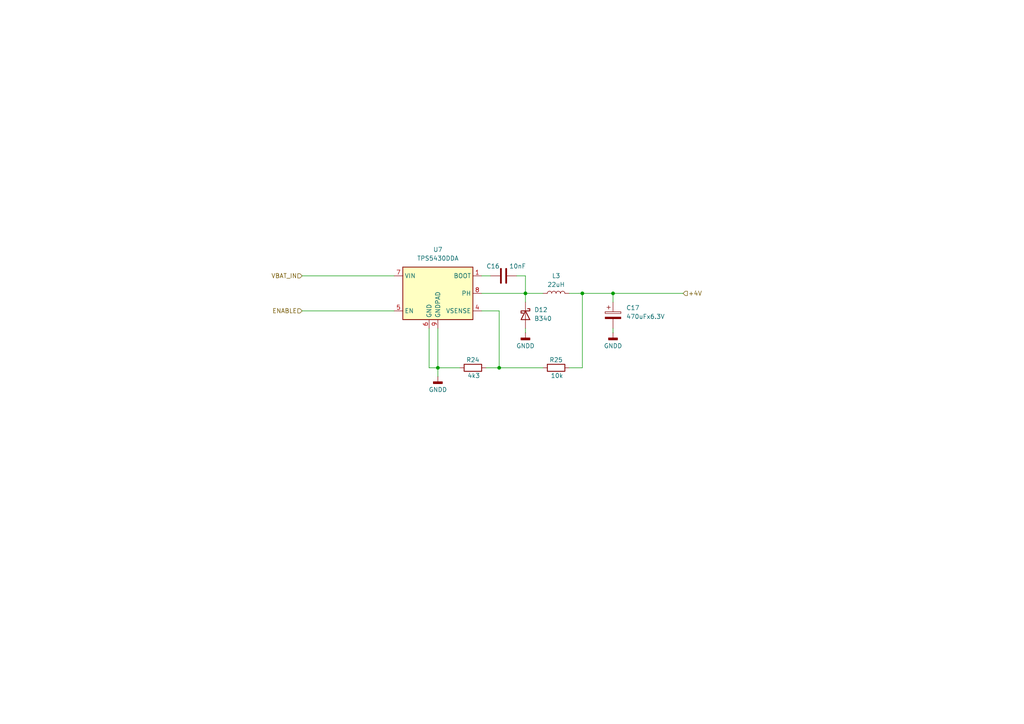
<source format=kicad_sch>
(kicad_sch (version 20250114) (generator "eeschema") (generator_version "9.0")
  (paper "A4")
  (lib_symbols
    (symbol "Device:C" (pin_numbers (hide yes)) (pin_names (offset 0.254))
      (property "Reference" "C" (at 0.635 2.54 0))
      (property "Value" "C" (at 0.635 -2.54 0))
      (symbol "C_0_1"
        (polyline (pts (xy -2.032 0.762) (xy 2.032 0.762)) (stroke (width 0.508)))
        (polyline (pts (xy -2.032 -0.762) (xy 2.032 -0.762)) (stroke (width 0.508)))
      )
      (symbol "C_1_1"
        (pin passive line (at 0 3.81 270) (length 2.794) (name "~") (number "1"))
        (pin passive line (at 0 -3.81 90) (length 2.794) (name "~") (number "2"))
      )
    )
    (symbol "Device:C_Polarized" (pin_numbers (hide yes)) (pin_names (offset 0.254))
      (property "Reference" "C" (at 0.635 2.54 0))
      (property "Value" "C_Polarized" (at 0.635 -2.54 0))
      (symbol "C_Polarized_0_1"
        (rectangle (start -2.286 0.508) (end 2.286 1.016))
        (polyline (pts (xy -1.778 2.286) (xy -0.762 2.286)))
        (polyline (pts (xy -1.27 2.794) (xy -1.27 1.778)))
        (rectangle (start 2.286 -0.508) (end -2.286 -1.016) (fill (type outline)))
      )
      (symbol "C_Polarized_1_1"
        (pin passive line (at 0 3.81 270) (length 2.794) (name "~") (number "1"))
        (pin passive line (at 0 -3.81 90) (length 2.794) (name "~") (number "2"))
      )
    )
    (symbol "Device:L" (pin_numbers (hide yes)) (pin_names (offset 1.016) (hide yes))
      (property "Reference" "L" (at -1.27 0 90))
      (property "Value" "L" (at 1.905 0 90))
      (symbol "L_0_1"
        (arc (start 0 2.54) (mid 0.6323 1.905) (end 0 1.27))
        (arc (start 0 1.27) (mid 0.6323 0.635) (end 0 0))
        (arc (start 0 0) (mid 0.6323 -0.635) (end 0 -1.27))
        (arc (start 0 -1.27) (mid 0.6323 -1.905) (end 0 -2.54))
      )
      (symbol "L_1_1"
        (pin passive line (at 0 3.81 270) (length 1.27) (name "1") (number "1"))
        (pin passive line (at 0 -3.81 90) (length 1.27) (name "2") (number "2"))
      )
    )
    (symbol "Device:R" (pin_numbers (hide yes)) (pin_names (offset 0))
      (property "Reference" "R" (at 2.032 0 90))
      (property "Value" "R" (at 0 0 90))
      (symbol "R_0_1"
        (rectangle (start -1.016 -2.54) (end 1.016 2.54) (stroke (width 0.254)))
      )
      (symbol "R_1_1"
        (pin passive line (at 0 3.81 270) (length 1.27) (name "~") (number "1"))
        (pin passive line (at 0 -3.81 90) (length 1.27) (name "~") (number "2"))
      )
    )
    (symbol "Diode:B340" (pin_numbers (hide yes)) (pin_names (offset 1.016) (hide yes))
      (property "Reference" "D" (at 0 2.54 0))
      (property "Value" "B340" (at 0 -2.54 0))
      (symbol "B340_0_1"
        (polyline (pts (xy -1.905 0.635) (xy -1.905 1.27) (xy -1.27 1.27) (xy -1.27 -1.27) (xy -0.635 -1.27) (xy -0.635 -0.635)) (stroke (width 0.254)))
        (polyline (pts (xy 1.27 1.27) (xy 1.27 -1.27) (xy -1.27 0) (xy 1.27 1.27)) (stroke (width 0.254)))
        (polyline (pts (xy 1.27 0) (xy -1.27 0)))
      )
      (symbol "B340_1_1"
        (pin passive line (at -3.81 0 0) (length 2.54) (name "K") (number "1"))
        (pin passive line (at 3.81 0 180) (length 2.54) (name "A") (number "2"))
      )
    )
    (symbol "Regulator_Switching:TPS5430DDA"
      (property "Reference" "U" (at -10.16 8.89 0))
      (property "Value" "TPS5430DDA" (at -1.27 8.89 0))
      (symbol "TPS5430DDA_0_1"
        (rectangle (start -10.16 7.62) (end 10.16 -7.62) (stroke (width 0.254)) (fill (type background)))
      )
      (symbol "TPS5430DDA_1_1"
        (pin power_in line (at -12.7 5.08 0) (length 2.54) (name "VIN") (number "7"))
        (pin input line (at -12.7 -5.08 0) (length 2.54) (name "EN") (number "5"))
        (pin no_connect line (at -10.16 2.54 0) (length 2.54) (hide yes) (name "NC") (number "2"))
        (pin no_connect line (at -10.16 -2.54 0) (length 2.54) (hide yes) (name "NC") (number "3"))
        (pin power_in line (at -2.54 -10.16 90) (length 2.54) (name "GND") (number "6"))
        (pin power_in line (at 0 -10.16 90) (length 2.54) (name "GNDPAD") (number "9"))
        (pin input line (at 12.7 5.08 180) (length 2.54) (name "BOOT") (number "1"))
        (pin output line (at 12.7 0 180) (length 2.54) (name "PH") (number "8"))
        (pin input line (at 12.7 -5.08 180) (length 2.54) (name "VSENSE") (number "4"))
      )
    )
    (symbol "power:GNDD" (power) (pin_numbers (hide yes)) (pin_names (offset 0) (hide yes))
      (property "Value" "GNDD" (at 0 -3.175 0))
      (symbol "GNDD_0_1"
        (rectangle (start -1.27 -1.524) (end 1.27 -2.032) (stroke (width 0.254)) (fill (type outline)))
        (polyline (pts (xy 0 0) (xy 0 -1.524)))
      )
      (symbol "GNDD_1_1"
        (pin power_in line (at 0 0 270) (length 0) (name "~") (number "1"))
      )
    )
  )
  (junction (at 144.78 106.68))
  (junction (at 177.8 85.09))
  (junction (at 168.91 85.09))
  (junction (at 152.4 85.09))
  (junction (at 127 106.68))
  (wire (pts (xy 152.4 85.09) (xy 157.48 85.09)))
  (wire (pts (xy 177.8 87.63) (xy 177.8 85.09)))
  (wire (pts (xy 144.78 90.17) (xy 144.78 106.68)))
  (wire (pts (xy 152.4 95.25) (xy 152.4 96.52)))
  (wire (pts (xy 127 95.25) (xy 127 106.68)))
  (wire (pts (xy 152.4 85.09) (xy 152.4 87.63)))
  (wire (pts (xy 177.8 85.09) (xy 198.12 85.09)))
  (wire (pts (xy 140.97 106.68) (xy 144.78 106.68)))
  (wire (pts (xy 124.46 106.68) (xy 127 106.68)))
  (wire (pts (xy 144.78 106.68) (xy 157.48 106.68)))
  (wire (pts (xy 149.86 80.01) (xy 152.4 80.01)))
  (wire (pts (xy 127 106.68) (xy 127 109.22)))
  (wire (pts (xy 165.1 106.68) (xy 168.91 106.68)))
  (wire (pts (xy 177.8 95.25) (xy 177.8 96.52)))
  (wire (pts (xy 139.7 85.09) (xy 152.4 85.09)))
  (wire (pts (xy 177.8 85.09) (xy 168.91 85.09)))
  (wire (pts (xy 124.46 95.25) (xy 124.46 106.68)))
  (wire (pts (xy 168.91 85.09) (xy 165.1 85.09)))
  (wire (pts (xy 87.63 80.01) (xy 114.3 80.01)))
  (wire (pts (xy 139.7 80.01) (xy 142.24 80.01)))
  (wire (pts (xy 139.7 90.17) (xy 144.78 90.17)))
  (wire (pts (xy 168.91 106.68) (xy 168.91 85.09)))
  (wire (pts (xy 87.63 90.17) (xy 114.3 90.17)))
  (wire (pts (xy 152.4 80.01) (xy 152.4 85.09)))
  (wire (pts (xy 127 106.68) (xy 133.35 106.68)))
  (hierarchical_label "+4V" (shape input) (at 198.12 85.09 0))
  (hierarchical_label "ENABLE" (shape input) (at 87.63 90.17 180))
  (hierarchical_label "VBAT_IN" (shape input) (at 87.63 80.01 180))
  (symbol (lib_id "power:GNDD") (at 177.8 96.52 0) (unit 1)
    (property "Reference" "#PWR045" (effects (hide yes)))
    (property "Value" "GNDD" (at 177.8 100.33 0))
    (property "Description" "Power symbol creates a global label with name \"GNDD\" , digital ground" (effects (hide yes)))
  )
  (symbol (lib_id "Device:C") (at 146.05 80.01 90) (unit 1)
    (property "Reference" "C16" (at 143.002 77.216 90))
    (property "Value" "10nF" (at 150.114 77.216 90))
    (property "Footprint" "Capacitor_SMD:C_0805_2012Metric_Pad1.18x1.45mm_HandSolder" (effects (hide yes)))
    (property "Description" "Unpolarized capacitor" (effects (hide yes)))
  )
  (symbol (lib_id "Device:R") (at 161.29 106.68 90) (unit 1)
    (property "Reference" "R25" (at 161.29 104.394 90))
    (property "Value" "10k" (at 161.544 108.966 90))
    (property "Footprint" "Resistor_SMD:R_0805_2012Metric_Pad1.20x1.40mm_HandSolder" (effects (hide yes)))
    (property "Description" "Resistor" (effects (hide yes)))
  )
  (symbol (lib_id "Regulator_Switching:TPS5430DDA") (at 127 85.09 0) (unit 1)
    (property "Reference" "U7" (at 127 72.39 0))
    (property "Value" "TPS5430DDA" (at 127 74.93 0))
    (property "Footprint" "Package_SO:TI_SO-PowerPAD-8_ThermalVias" (effects (hide yes)))
    (property "Datasheet" "http://www.ti.com/lit/ds/symlink/tps5430.pdf" (effects (hide yes)))
    (property "Description" "3A, Step Down Swift Converter, Adjustable Output Voltage, 5.5-36V Input Voltage, PowerSO-8" (effects (hide yes)))
  )
  (symbol (lib_id "power:GNDD") (at 152.4 96.52 0) (unit 1)
    (property "Reference" "#PWR044" (effects (hide yes)))
    (property "Value" "GNDD" (at 152.4 100.33 0))
    (property "Description" "Power symbol creates a global label with name \"GNDD\" , digital ground" (effects (hide yes)))
  )
  (symbol (lib_id "power:GNDD") (at 127 109.22 0) (unit 1)
    (property "Reference" "#PWR043" (effects (hide yes)))
    (property "Value" "GNDD" (at 127 113.03 0))
    (property "Description" "Power symbol creates a global label with name \"GNDD\" , digital ground" (effects (hide yes)))
  )
  (symbol (lib_id "Device:R") (at 137.16 106.68 90) (unit 1)
    (property "Reference" "R24" (at 137.16 104.394 90))
    (property "Value" "4k3" (at 137.414 108.966 90))
    (property "Footprint" "Resistor_SMD:R_0805_2012Metric_Pad1.20x1.40mm_HandSolder" (effects (hide yes)))
    (property "Description" "Resistor" (effects (hide yes)))
  )
  (symbol (lib_id "Device:C_Polarized") (at 177.8 91.44 0) (unit 1)
    (property "Reference" "C17" (at 181.61 89.2809 0) (effects (justify left)))
    (property "Value" "470uFx6.3V" (at 181.61 91.8209 0) (effects (justify left)))
    (property "Footprint" "Capacitor_Tantalum_SMD:CP_EIA-7343-30_AVX-N_Pad2.25x2.55mm_HandSolder" (effects (hide yes)))
    (property "Description" "Polarized capacitor" (effects (hide yes)))
  )
  (symbol (lib_id "Device:L") (at 161.29 85.09 90) (unit 1)
    (property "Reference" "L3" (at 161.29 80.01 90))
    (property "Value" "22uH" (at 161.29 82.55 90))
    (property "Footprint" "Inductor_SMD:L_Bourns_SRR1208_12.7x12.7mm" (effects (hide yes)))
    (property "Description" "Inductor" (effects (hide yes)))
  )
  (symbol (lib_id "Diode:B340") (at 152.4 91.44 270) (unit 1)
    (property "Reference" "D12" (at 154.94 89.8524 90) (effects (justify left)))
    (property "Value" "B340" (at 154.94 92.3924 90) (effects (justify left)))
    (property "Footprint" "Diode_SMD:D_SMC" (effects (hide yes)))
    (property "Datasheet" "http://www.jameco.com/Jameco/Products/ProdDS/1538777.pdf" (effects (hide yes)))
    (property "Description" "40V 3A Schottky Barrier Rectifier Diode, SMC" (effects (hide yes)))
  )
)
</source>
